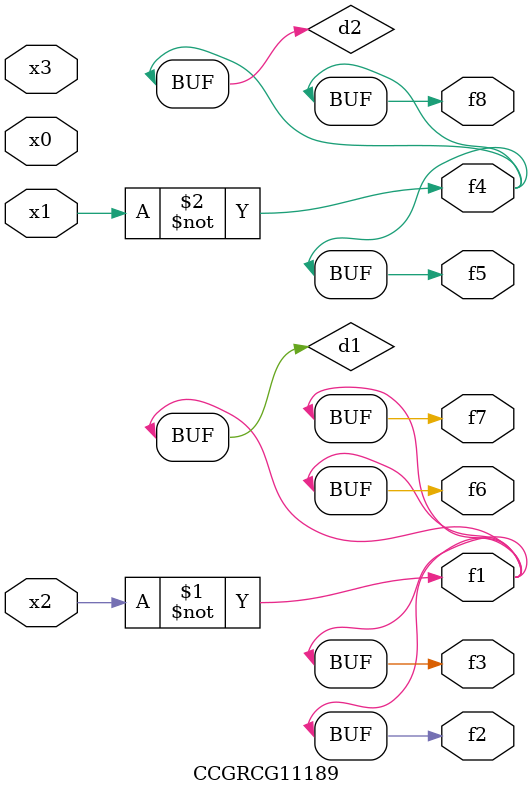
<source format=v>
module CCGRCG11189(
	input x0, x1, x2, x3,
	output f1, f2, f3, f4, f5, f6, f7, f8
);

	wire d1, d2;

	xnor (d1, x2);
	not (d2, x1);
	assign f1 = d1;
	assign f2 = d1;
	assign f3 = d1;
	assign f4 = d2;
	assign f5 = d2;
	assign f6 = d1;
	assign f7 = d1;
	assign f8 = d2;
endmodule

</source>
